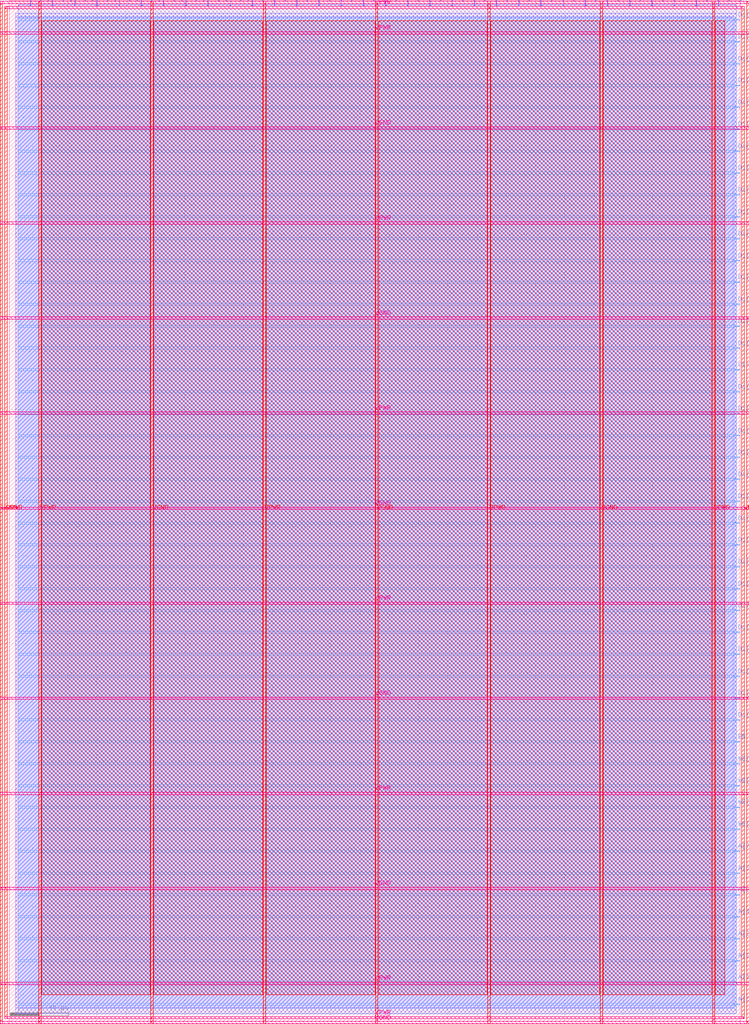
<source format=lef>
VERSION 5.7 ;
  NOWIREEXTENSIONATPIN ON ;
  DIVIDERCHAR "/" ;
  BUSBITCHARS "[]" ;
MACRO DFFRAM
  CLASS BLOCK ;
  FOREIGN DFFRAM ;
  ORIGIN 0.000 0.000 ;
  SIZE 500.000 BY 700.000 ;
  PIN A[0]
    DIRECTION INPUT ;
    USE SIGNAL ;
    PORT
      LAYER met3 ;
        RECT 496.000 12.960 500.000 13.560 ;
    END
  END A[0]
  PIN A[1]
    DIRECTION INPUT ;
    USE SIGNAL ;
    PORT
      LAYER met3 ;
        RECT 496.000 27.920 500.000 28.520 ;
    END
  END A[1]
  PIN A[2]
    DIRECTION INPUT ;
    USE SIGNAL ;
    PORT
      LAYER met3 ;
        RECT 496.000 42.880 500.000 43.480 ;
    END
  END A[2]
  PIN A[3]
    DIRECTION INPUT ;
    USE SIGNAL ;
    PORT
      LAYER met3 ;
        RECT 496.000 57.840 500.000 58.440 ;
    END
  END A[3]
  PIN A[4]
    DIRECTION INPUT ;
    USE SIGNAL ;
    PORT
      LAYER met3 ;
        RECT 496.000 72.800 500.000 73.400 ;
    END
  END A[4]
  PIN A[5]
    DIRECTION INPUT ;
    USE SIGNAL ;
    PORT
      LAYER met3 ;
        RECT 496.000 87.760 500.000 88.360 ;
    END
  END A[5]
  PIN A[6]
    DIRECTION INPUT ;
    USE SIGNAL ;
    PORT
      LAYER met3 ;
        RECT 496.000 102.720 500.000 103.320 ;
    END
  END A[6]
  PIN A[7]
    DIRECTION INPUT ;
    USE SIGNAL ;
    PORT
      LAYER met3 ;
        RECT 496.000 117.680 500.000 118.280 ;
    END
  END A[7]
  PIN CLK
    DIRECTION INPUT ;
    USE SIGNAL ;
    PORT
      LAYER met3 ;
        RECT 496.000 446.800 500.000 447.400 ;
    END
  END CLK
  PIN Di[0]
    DIRECTION INPUT ;
    USE SIGNAL ;
    PORT
      LAYER met3 ;
        RECT 496.000 207.440 500.000 208.040 ;
    END
  END Di[0]
  PIN Di[10]
    DIRECTION INPUT ;
    USE SIGNAL ;
    PORT
      LAYER met3 ;
        RECT 496.000 357.040 500.000 357.640 ;
    END
  END Di[10]
  PIN Di[11]
    DIRECTION INPUT ;
    USE SIGNAL ;
    PORT
      LAYER met3 ;
        RECT 496.000 372.000 500.000 372.600 ;
    END
  END Di[11]
  PIN Di[12]
    DIRECTION INPUT ;
    USE SIGNAL ;
    PORT
      LAYER met3 ;
        RECT 496.000 386.960 500.000 387.560 ;
    END
  END Di[12]
  PIN Di[13]
    DIRECTION INPUT ;
    USE SIGNAL ;
    PORT
      LAYER met3 ;
        RECT 496.000 401.920 500.000 402.520 ;
    END
  END Di[13]
  PIN Di[14]
    DIRECTION INPUT ;
    USE SIGNAL ;
    PORT
      LAYER met3 ;
        RECT 496.000 416.880 500.000 417.480 ;
    END
  END Di[14]
  PIN Di[15]
    DIRECTION INPUT ;
    USE SIGNAL ;
    PORT
      LAYER met3 ;
        RECT 496.000 431.840 500.000 432.440 ;
    END
  END Di[15]
  PIN Di[16]
    DIRECTION INPUT ;
    USE SIGNAL ;
    PORT
      LAYER met3 ;
        RECT 496.000 461.760 500.000 462.360 ;
    END
  END Di[16]
  PIN Di[17]
    DIRECTION INPUT ;
    USE SIGNAL ;
    PORT
      LAYER met3 ;
        RECT 496.000 476.720 500.000 477.320 ;
    END
  END Di[17]
  PIN Di[18]
    DIRECTION INPUT ;
    USE SIGNAL ;
    PORT
      LAYER met3 ;
        RECT 496.000 491.680 500.000 492.280 ;
    END
  END Di[18]
  PIN Di[19]
    DIRECTION INPUT ;
    USE SIGNAL ;
    PORT
      LAYER met3 ;
        RECT 496.000 506.640 500.000 507.240 ;
    END
  END Di[19]
  PIN Di[1]
    DIRECTION INPUT ;
    USE SIGNAL ;
    PORT
      LAYER met3 ;
        RECT 496.000 222.400 500.000 223.000 ;
    END
  END Di[1]
  PIN Di[20]
    DIRECTION INPUT ;
    USE SIGNAL ;
    PORT
      LAYER met3 ;
        RECT 496.000 521.600 500.000 522.200 ;
    END
  END Di[20]
  PIN Di[21]
    DIRECTION INPUT ;
    USE SIGNAL ;
    PORT
      LAYER met3 ;
        RECT 496.000 536.560 500.000 537.160 ;
    END
  END Di[21]
  PIN Di[22]
    DIRECTION INPUT ;
    USE SIGNAL ;
    PORT
      LAYER met3 ;
        RECT 496.000 551.520 500.000 552.120 ;
    END
  END Di[22]
  PIN Di[23]
    DIRECTION INPUT ;
    USE SIGNAL ;
    PORT
      LAYER met3 ;
        RECT 496.000 566.480 500.000 567.080 ;
    END
  END Di[23]
  PIN Di[24]
    DIRECTION INPUT ;
    USE SIGNAL ;
    PORT
      LAYER met3 ;
        RECT 496.000 581.440 500.000 582.040 ;
    END
  END Di[24]
  PIN Di[25]
    DIRECTION INPUT ;
    USE SIGNAL ;
    PORT
      LAYER met3 ;
        RECT 496.000 596.400 500.000 597.000 ;
    END
  END Di[25]
  PIN Di[26]
    DIRECTION INPUT ;
    USE SIGNAL ;
    PORT
      LAYER met3 ;
        RECT 496.000 611.360 500.000 611.960 ;
    END
  END Di[26]
  PIN Di[27]
    DIRECTION INPUT ;
    USE SIGNAL ;
    PORT
      LAYER met3 ;
        RECT 496.000 626.320 500.000 626.920 ;
    END
  END Di[27]
  PIN Di[28]
    DIRECTION INPUT ;
    USE SIGNAL ;
    PORT
      LAYER met3 ;
        RECT 496.000 641.280 500.000 641.880 ;
    END
  END Di[28]
  PIN Di[29]
    DIRECTION INPUT ;
    USE SIGNAL ;
    PORT
      LAYER met3 ;
        RECT 496.000 656.240 500.000 656.840 ;
    END
  END Di[29]
  PIN Di[2]
    DIRECTION INPUT ;
    USE SIGNAL ;
    PORT
      LAYER met3 ;
        RECT 496.000 237.360 500.000 237.960 ;
    END
  END Di[2]
  PIN Di[30]
    DIRECTION INPUT ;
    USE SIGNAL ;
    PORT
      LAYER met3 ;
        RECT 496.000 671.200 500.000 671.800 ;
    END
  END Di[30]
  PIN Di[31]
    DIRECTION INPUT ;
    USE SIGNAL ;
    PORT
      LAYER met3 ;
        RECT 496.000 686.160 500.000 686.760 ;
    END
  END Di[31]
  PIN Di[3]
    DIRECTION INPUT ;
    USE SIGNAL ;
    PORT
      LAYER met3 ;
        RECT 496.000 252.320 500.000 252.920 ;
    END
  END Di[3]
  PIN Di[4]
    DIRECTION INPUT ;
    USE SIGNAL ;
    PORT
      LAYER met3 ;
        RECT 496.000 267.280 500.000 267.880 ;
    END
  END Di[4]
  PIN Di[5]
    DIRECTION INPUT ;
    USE SIGNAL ;
    PORT
      LAYER met3 ;
        RECT 496.000 282.240 500.000 282.840 ;
    END
  END Di[5]
  PIN Di[6]
    DIRECTION INPUT ;
    USE SIGNAL ;
    PORT
      LAYER met3 ;
        RECT 496.000 297.200 500.000 297.800 ;
    END
  END Di[6]
  PIN Di[7]
    DIRECTION INPUT ;
    USE SIGNAL ;
    PORT
      LAYER met3 ;
        RECT 496.000 312.160 500.000 312.760 ;
    END
  END Di[7]
  PIN Di[8]
    DIRECTION INPUT ;
    USE SIGNAL ;
    PORT
      LAYER met3 ;
        RECT 496.000 327.120 500.000 327.720 ;
    END
  END Di[8]
  PIN Di[9]
    DIRECTION INPUT ;
    USE SIGNAL ;
    PORT
      LAYER met3 ;
        RECT 496.000 342.080 500.000 342.680 ;
    END
  END Di[9]
  PIN Do[0]
    DIRECTION OUTPUT TRISTATE ;
    USE SIGNAL ;
    PORT
      LAYER met2 ;
        RECT 14.350 696.000 14.630 700.000 ;
    END
  END Do[0]
  PIN Do[10]
    DIRECTION OUTPUT TRISTATE ;
    USE SIGNAL ;
    PORT
      LAYER met2 ;
        RECT 166.150 696.000 166.430 700.000 ;
    END
  END Do[10]
  PIN Do[11]
    DIRECTION OUTPUT TRISTATE ;
    USE SIGNAL ;
    PORT
      LAYER met2 ;
        RECT 181.330 696.000 181.610 700.000 ;
    END
  END Do[11]
  PIN Do[12]
    DIRECTION OUTPUT TRISTATE ;
    USE SIGNAL ;
    PORT
      LAYER met2 ;
        RECT 196.510 696.000 196.790 700.000 ;
    END
  END Do[12]
  PIN Do[13]
    DIRECTION OUTPUT TRISTATE ;
    USE SIGNAL ;
    PORT
      LAYER met2 ;
        RECT 211.690 696.000 211.970 700.000 ;
    END
  END Do[13]
  PIN Do[14]
    DIRECTION OUTPUT TRISTATE ;
    USE SIGNAL ;
    PORT
      LAYER met2 ;
        RECT 226.870 696.000 227.150 700.000 ;
    END
  END Do[14]
  PIN Do[15]
    DIRECTION OUTPUT TRISTATE ;
    USE SIGNAL ;
    PORT
      LAYER met2 ;
        RECT 242.050 696.000 242.330 700.000 ;
    END
  END Do[15]
  PIN Do[16]
    DIRECTION OUTPUT TRISTATE ;
    USE SIGNAL ;
    PORT
      LAYER met2 ;
        RECT 257.230 696.000 257.510 700.000 ;
    END
  END Do[16]
  PIN Do[17]
    DIRECTION OUTPUT TRISTATE ;
    USE SIGNAL ;
    PORT
      LAYER met2 ;
        RECT 272.410 696.000 272.690 700.000 ;
    END
  END Do[17]
  PIN Do[18]
    DIRECTION OUTPUT TRISTATE ;
    USE SIGNAL ;
    PORT
      LAYER met2 ;
        RECT 287.590 696.000 287.870 700.000 ;
    END
  END Do[18]
  PIN Do[19]
    DIRECTION OUTPUT TRISTATE ;
    USE SIGNAL ;
    PORT
      LAYER met2 ;
        RECT 302.770 696.000 303.050 700.000 ;
    END
  END Do[19]
  PIN Do[1]
    DIRECTION OUTPUT TRISTATE ;
    USE SIGNAL ;
    PORT
      LAYER met2 ;
        RECT 29.530 696.000 29.810 700.000 ;
    END
  END Do[1]
  PIN Do[20]
    DIRECTION OUTPUT TRISTATE ;
    USE SIGNAL ;
    PORT
      LAYER met2 ;
        RECT 317.950 696.000 318.230 700.000 ;
    END
  END Do[20]
  PIN Do[21]
    DIRECTION OUTPUT TRISTATE ;
    USE SIGNAL ;
    PORT
      LAYER met2 ;
        RECT 333.130 696.000 333.410 700.000 ;
    END
  END Do[21]
  PIN Do[22]
    DIRECTION OUTPUT TRISTATE ;
    USE SIGNAL ;
    PORT
      LAYER met2 ;
        RECT 348.310 696.000 348.590 700.000 ;
    END
  END Do[22]
  PIN Do[23]
    DIRECTION OUTPUT TRISTATE ;
    USE SIGNAL ;
    PORT
      LAYER met2 ;
        RECT 363.490 696.000 363.770 700.000 ;
    END
  END Do[23]
  PIN Do[24]
    DIRECTION OUTPUT TRISTATE ;
    USE SIGNAL ;
    PORT
      LAYER met2 ;
        RECT 378.670 696.000 378.950 700.000 ;
    END
  END Do[24]
  PIN Do[25]
    DIRECTION OUTPUT TRISTATE ;
    USE SIGNAL ;
    PORT
      LAYER met2 ;
        RECT 393.850 696.000 394.130 700.000 ;
    END
  END Do[25]
  PIN Do[26]
    DIRECTION OUTPUT TRISTATE ;
    USE SIGNAL ;
    PORT
      LAYER met2 ;
        RECT 409.030 696.000 409.310 700.000 ;
    END
  END Do[26]
  PIN Do[27]
    DIRECTION OUTPUT TRISTATE ;
    USE SIGNAL ;
    PORT
      LAYER met2 ;
        RECT 424.210 696.000 424.490 700.000 ;
    END
  END Do[27]
  PIN Do[28]
    DIRECTION OUTPUT TRISTATE ;
    USE SIGNAL ;
    PORT
      LAYER met2 ;
        RECT 439.390 696.000 439.670 700.000 ;
    END
  END Do[28]
  PIN Do[29]
    DIRECTION OUTPUT TRISTATE ;
    USE SIGNAL ;
    PORT
      LAYER met2 ;
        RECT 454.570 696.000 454.850 700.000 ;
    END
  END Do[29]
  PIN Do[2]
    DIRECTION OUTPUT TRISTATE ;
    USE SIGNAL ;
    PORT
      LAYER met2 ;
        RECT 44.710 696.000 44.990 700.000 ;
    END
  END Do[2]
  PIN Do[30]
    DIRECTION OUTPUT TRISTATE ;
    USE SIGNAL ;
    PORT
      LAYER met2 ;
        RECT 469.750 696.000 470.030 700.000 ;
    END
  END Do[30]
  PIN Do[31]
    DIRECTION OUTPUT TRISTATE ;
    USE SIGNAL ;
    PORT
      LAYER met2 ;
        RECT 484.930 696.000 485.210 700.000 ;
    END
  END Do[31]
  PIN Do[3]
    DIRECTION OUTPUT TRISTATE ;
    USE SIGNAL ;
    PORT
      LAYER met2 ;
        RECT 59.890 696.000 60.170 700.000 ;
    END
  END Do[3]
  PIN Do[4]
    DIRECTION OUTPUT TRISTATE ;
    USE SIGNAL ;
    PORT
      LAYER met2 ;
        RECT 75.070 696.000 75.350 700.000 ;
    END
  END Do[4]
  PIN Do[5]
    DIRECTION OUTPUT TRISTATE ;
    USE SIGNAL ;
    PORT
      LAYER met2 ;
        RECT 90.250 696.000 90.530 700.000 ;
    END
  END Do[5]
  PIN Do[6]
    DIRECTION OUTPUT TRISTATE ;
    USE SIGNAL ;
    PORT
      LAYER met2 ;
        RECT 105.430 696.000 105.710 700.000 ;
    END
  END Do[6]
  PIN Do[7]
    DIRECTION OUTPUT TRISTATE ;
    USE SIGNAL ;
    PORT
      LAYER met2 ;
        RECT 120.610 696.000 120.890 700.000 ;
    END
  END Do[7]
  PIN Do[8]
    DIRECTION OUTPUT TRISTATE ;
    USE SIGNAL ;
    PORT
      LAYER met2 ;
        RECT 135.790 696.000 136.070 700.000 ;
    END
  END Do[8]
  PIN Do[9]
    DIRECTION OUTPUT TRISTATE ;
    USE SIGNAL ;
    PORT
      LAYER met2 ;
        RECT 150.970 696.000 151.250 700.000 ;
    END
  END Do[9]
  PIN EN
    DIRECTION INPUT ;
    USE SIGNAL ;
    PORT
      LAYER met3 ;
        RECT 496.000 192.480 500.000 193.080 ;
    END
  END EN
  PIN VGND
    DIRECTION INOUT ;
    USE GROUND ;
    PORT
      LAYER met4 ;
        RECT -6.300 -0.020 -4.700 699.060 ;
    END
    PORT
      LAYER met5 ;
        RECT -6.300 -0.020 505.860 1.580 ;
    END
    PORT
      LAYER met5 ;
        RECT -6.300 697.460 505.860 699.060 ;
    END
    PORT
      LAYER met4 ;
        RECT 504.260 -0.020 505.860 699.060 ;
    END
    PORT
      LAYER met4 ;
        RECT 96.920 -0.020 98.520 699.060 ;
    END
    PORT
      LAYER met4 ;
        RECT 250.520 -0.020 252.120 699.060 ;
    END
    PORT
      LAYER met4 ;
        RECT 404.120 -0.020 405.720 699.060 ;
    END
    PORT
      LAYER met5 ;
        RECT -6.300 91.730 505.860 93.330 ;
    END
    PORT
      LAYER met5 ;
        RECT -6.300 221.730 505.860 223.330 ;
    END
    PORT
      LAYER met5 ;
        RECT -6.300 351.730 505.860 353.330 ;
    END
    PORT
      LAYER met5 ;
        RECT -6.300 481.730 505.860 483.330 ;
    END
    PORT
      LAYER met5 ;
        RECT -6.300 611.730 505.860 613.330 ;
    END
  END VGND
  PIN VPWR
    DIRECTION INOUT ;
    USE POWER ;
    PORT
      LAYER met4 ;
        RECT -3.000 3.280 -1.400 695.760 ;
    END
    PORT
      LAYER met5 ;
        RECT -3.000 3.280 502.560 4.880 ;
    END
    PORT
      LAYER met5 ;
        RECT -3.000 694.160 502.560 695.760 ;
    END
    PORT
      LAYER met4 ;
        RECT 500.960 3.280 502.560 695.760 ;
    END
    PORT
      LAYER met4 ;
        RECT 20.120 -0.020 21.720 699.060 ;
    END
    PORT
      LAYER met4 ;
        RECT 173.720 -0.020 175.320 699.060 ;
    END
    PORT
      LAYER met4 ;
        RECT 327.320 -0.020 328.920 699.060 ;
    END
    PORT
      LAYER met4 ;
        RECT 480.920 -0.020 482.520 699.060 ;
    END
    PORT
      LAYER met5 ;
        RECT -6.300 26.730 505.860 28.330 ;
    END
    PORT
      LAYER met5 ;
        RECT -6.300 156.730 505.860 158.330 ;
    END
    PORT
      LAYER met5 ;
        RECT -6.300 286.730 505.860 288.330 ;
    END
    PORT
      LAYER met5 ;
        RECT -6.300 416.730 505.860 418.330 ;
    END
    PORT
      LAYER met5 ;
        RECT -6.300 546.730 505.860 548.330 ;
    END
    PORT
      LAYER met5 ;
        RECT -6.300 676.730 505.860 678.330 ;
    END
  END VPWR
  PIN WE[0]
    DIRECTION INPUT ;
    USE SIGNAL ;
    PORT
      LAYER met3 ;
        RECT 496.000 132.640 500.000 133.240 ;
    END
  END WE[0]
  PIN WE[1]
    DIRECTION INPUT ;
    USE SIGNAL ;
    PORT
      LAYER met3 ;
        RECT 496.000 147.600 500.000 148.200 ;
    END
  END WE[1]
  PIN WE[2]
    DIRECTION INPUT ;
    USE SIGNAL ;
    PORT
      LAYER met3 ;
        RECT 496.000 162.560 500.000 163.160 ;
    END
  END WE[2]
  PIN WE[3]
    DIRECTION INPUT ;
    USE SIGNAL ;
    PORT
      LAYER met3 ;
        RECT 496.000 177.520 500.000 178.120 ;
    END
  END WE[3]
  OBS
      LAYER li1 ;
        RECT 4.600 10.795 494.960 688.245 ;
      LAYER met1 ;
        RECT 4.600 6.840 497.190 690.840 ;
      LAYER met2 ;
        RECT 6.070 695.720 14.070 696.730 ;
        RECT 14.910 695.720 29.250 696.730 ;
        RECT 30.090 695.720 44.430 696.730 ;
        RECT 45.270 695.720 59.610 696.730 ;
        RECT 60.450 695.720 74.790 696.730 ;
        RECT 75.630 695.720 89.970 696.730 ;
        RECT 90.810 695.720 105.150 696.730 ;
        RECT 105.990 695.720 120.330 696.730 ;
        RECT 121.170 695.720 135.510 696.730 ;
        RECT 136.350 695.720 150.690 696.730 ;
        RECT 151.530 695.720 165.870 696.730 ;
        RECT 166.710 695.720 181.050 696.730 ;
        RECT 181.890 695.720 196.230 696.730 ;
        RECT 197.070 695.720 211.410 696.730 ;
        RECT 212.250 695.720 226.590 696.730 ;
        RECT 227.430 695.720 241.770 696.730 ;
        RECT 242.610 695.720 256.950 696.730 ;
        RECT 257.790 695.720 272.130 696.730 ;
        RECT 272.970 695.720 287.310 696.730 ;
        RECT 288.150 695.720 302.490 696.730 ;
        RECT 303.330 695.720 317.670 696.730 ;
        RECT 318.510 695.720 332.850 696.730 ;
        RECT 333.690 695.720 348.030 696.730 ;
        RECT 348.870 695.720 363.210 696.730 ;
        RECT 364.050 695.720 378.390 696.730 ;
        RECT 379.230 695.720 393.570 696.730 ;
        RECT 394.410 695.720 408.750 696.730 ;
        RECT 409.590 695.720 423.930 696.730 ;
        RECT 424.770 695.720 439.110 696.730 ;
        RECT 439.950 695.720 454.290 696.730 ;
        RECT 455.130 695.720 469.470 696.730 ;
        RECT 470.310 695.720 484.650 696.730 ;
        RECT 485.490 695.720 497.160 696.730 ;
        RECT 6.070 6.810 497.160 695.720 ;
      LAYER met3 ;
        RECT 6.045 687.160 496.000 688.665 ;
        RECT 6.045 685.760 495.600 687.160 ;
        RECT 6.045 672.200 496.000 685.760 ;
        RECT 6.045 670.800 495.600 672.200 ;
        RECT 6.045 657.240 496.000 670.800 ;
        RECT 6.045 655.840 495.600 657.240 ;
        RECT 6.045 642.280 496.000 655.840 ;
        RECT 6.045 640.880 495.600 642.280 ;
        RECT 6.045 627.320 496.000 640.880 ;
        RECT 6.045 625.920 495.600 627.320 ;
        RECT 6.045 612.360 496.000 625.920 ;
        RECT 6.045 610.960 495.600 612.360 ;
        RECT 6.045 597.400 496.000 610.960 ;
        RECT 6.045 596.000 495.600 597.400 ;
        RECT 6.045 582.440 496.000 596.000 ;
        RECT 6.045 581.040 495.600 582.440 ;
        RECT 6.045 567.480 496.000 581.040 ;
        RECT 6.045 566.080 495.600 567.480 ;
        RECT 6.045 552.520 496.000 566.080 ;
        RECT 6.045 551.120 495.600 552.520 ;
        RECT 6.045 537.560 496.000 551.120 ;
        RECT 6.045 536.160 495.600 537.560 ;
        RECT 6.045 522.600 496.000 536.160 ;
        RECT 6.045 521.200 495.600 522.600 ;
        RECT 6.045 507.640 496.000 521.200 ;
        RECT 6.045 506.240 495.600 507.640 ;
        RECT 6.045 492.680 496.000 506.240 ;
        RECT 6.045 491.280 495.600 492.680 ;
        RECT 6.045 477.720 496.000 491.280 ;
        RECT 6.045 476.320 495.600 477.720 ;
        RECT 6.045 462.760 496.000 476.320 ;
        RECT 6.045 461.360 495.600 462.760 ;
        RECT 6.045 447.800 496.000 461.360 ;
        RECT 6.045 446.400 495.600 447.800 ;
        RECT 6.045 432.840 496.000 446.400 ;
        RECT 6.045 431.440 495.600 432.840 ;
        RECT 6.045 417.880 496.000 431.440 ;
        RECT 6.045 416.480 495.600 417.880 ;
        RECT 6.045 402.920 496.000 416.480 ;
        RECT 6.045 401.520 495.600 402.920 ;
        RECT 6.045 387.960 496.000 401.520 ;
        RECT 6.045 386.560 495.600 387.960 ;
        RECT 6.045 373.000 496.000 386.560 ;
        RECT 6.045 371.600 495.600 373.000 ;
        RECT 6.045 358.040 496.000 371.600 ;
        RECT 6.045 356.640 495.600 358.040 ;
        RECT 6.045 343.080 496.000 356.640 ;
        RECT 6.045 341.680 495.600 343.080 ;
        RECT 6.045 328.120 496.000 341.680 ;
        RECT 6.045 326.720 495.600 328.120 ;
        RECT 6.045 313.160 496.000 326.720 ;
        RECT 6.045 311.760 495.600 313.160 ;
        RECT 6.045 298.200 496.000 311.760 ;
        RECT 6.045 296.800 495.600 298.200 ;
        RECT 6.045 283.240 496.000 296.800 ;
        RECT 6.045 281.840 495.600 283.240 ;
        RECT 6.045 268.280 496.000 281.840 ;
        RECT 6.045 266.880 495.600 268.280 ;
        RECT 6.045 253.320 496.000 266.880 ;
        RECT 6.045 251.920 495.600 253.320 ;
        RECT 6.045 238.360 496.000 251.920 ;
        RECT 6.045 236.960 495.600 238.360 ;
        RECT 6.045 223.400 496.000 236.960 ;
        RECT 6.045 222.000 495.600 223.400 ;
        RECT 6.045 208.440 496.000 222.000 ;
        RECT 6.045 207.040 495.600 208.440 ;
        RECT 6.045 193.480 496.000 207.040 ;
        RECT 6.045 192.080 495.600 193.480 ;
        RECT 6.045 178.520 496.000 192.080 ;
        RECT 6.045 177.120 495.600 178.520 ;
        RECT 6.045 163.560 496.000 177.120 ;
        RECT 6.045 162.160 495.600 163.560 ;
        RECT 6.045 148.600 496.000 162.160 ;
        RECT 6.045 147.200 495.600 148.600 ;
        RECT 6.045 133.640 496.000 147.200 ;
        RECT 6.045 132.240 495.600 133.640 ;
        RECT 6.045 118.680 496.000 132.240 ;
        RECT 6.045 117.280 495.600 118.680 ;
        RECT 6.045 103.720 496.000 117.280 ;
        RECT 6.045 102.320 495.600 103.720 ;
        RECT 6.045 88.760 496.000 102.320 ;
        RECT 6.045 87.360 495.600 88.760 ;
        RECT 6.045 73.800 496.000 87.360 ;
        RECT 6.045 72.400 495.600 73.800 ;
        RECT 6.045 58.840 496.000 72.400 ;
        RECT 6.045 57.440 495.600 58.840 ;
        RECT 6.045 43.880 496.000 57.440 ;
        RECT 6.045 42.480 495.600 43.880 ;
        RECT 6.045 28.920 496.000 42.480 ;
        RECT 6.045 27.520 495.600 28.920 ;
        RECT 6.045 13.960 496.000 27.520 ;
        RECT 6.045 12.560 495.600 13.960 ;
        RECT 6.045 10.715 496.000 12.560 ;
      LAYER met4 ;
        RECT 22.375 19.895 96.520 685.945 ;
        RECT 98.920 19.895 173.320 685.945 ;
        RECT 175.720 19.895 250.120 685.945 ;
        RECT 252.520 19.895 326.920 685.945 ;
        RECT 329.320 19.895 403.720 685.945 ;
        RECT 406.120 19.895 480.520 685.945 ;
        RECT 482.920 19.895 489.145 685.945 ;
  END
END DFFRAM
END LIBRARY


</source>
